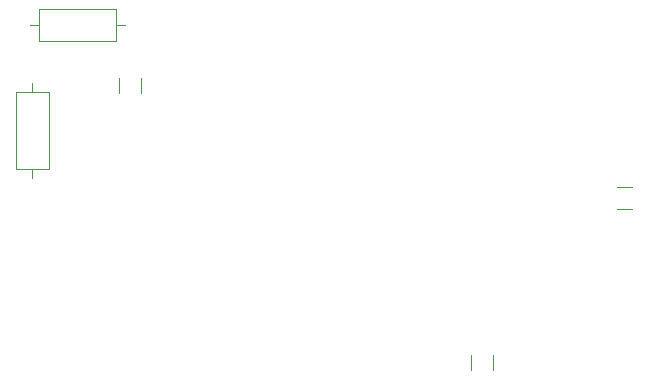
<source format=gto>
%TF.GenerationSoftware,KiCad,Pcbnew,(6.0.11)*%
%TF.CreationDate,2023-02-07T02:55:14-07:00*%
%TF.ProjectId,FennecRAMadapt,46656e6e-6563-4524-914d-61646170742e,rev?*%
%TF.SameCoordinates,Original*%
%TF.FileFunction,Legend,Top*%
%TF.FilePolarity,Positive*%
%FSLAX46Y46*%
G04 Gerber Fmt 4.6, Leading zero omitted, Abs format (unit mm)*
G04 Created by KiCad (PCBNEW (6.0.11)) date 2023-02-07 02:55:14*
%MOMM*%
%LPD*%
G01*
G04 APERTURE LIST*
%ADD10C,0.120000*%
%ADD11R,1.700000X1.700000*%
%ADD12O,1.700000X1.700000*%
%ADD13C,1.600000*%
%ADD14O,1.270000X2.500000*%
%ADD15R,1.270000X2.500000*%
%ADD16R,1.600000X2.400000*%
%ADD17O,1.600000X2.400000*%
%ADD18O,1.600000X1.600000*%
%ADD19R,2.540000X1.270000*%
%ADD20O,2.540000X1.270000*%
G04 APERTURE END LIST*
D10*
X200674000Y-54940000D02*
X199416000Y-54940000D01*
X200674000Y-56780000D02*
X199416000Y-56780000D01*
X148510000Y-53415000D02*
X151250000Y-53415000D01*
X149880000Y-46105000D02*
X149880000Y-46875000D01*
X151250000Y-46875000D02*
X148510000Y-46875000D01*
X151250000Y-53415000D02*
X151250000Y-46875000D01*
X149880000Y-54185000D02*
X149880000Y-53415000D01*
X148510000Y-46875000D02*
X148510000Y-53415000D01*
X159055000Y-45706000D02*
X159055000Y-46964000D01*
X157215000Y-45706000D02*
X157215000Y-46964000D01*
X188900000Y-69201000D02*
X188900000Y-70459000D01*
X187060000Y-69201000D02*
X187060000Y-70459000D01*
X156960000Y-39885000D02*
X150420000Y-39885000D01*
X150420000Y-39885000D02*
X150420000Y-42625000D01*
X150420000Y-42625000D02*
X156960000Y-42625000D01*
X149650000Y-41255000D02*
X150420000Y-41255000D01*
X157730000Y-41255000D02*
X156960000Y-41255000D01*
X156960000Y-42625000D02*
X156960000Y-39885000D01*
%LPC*%
D11*
X151165000Y-69830000D03*
D12*
X153705000Y-69830000D03*
X156245000Y-69830000D03*
D13*
X201295000Y-55860000D03*
X198795000Y-55860000D03*
D11*
X157500000Y-61575000D03*
D12*
X157500000Y-59035000D03*
D14*
X169565000Y-63530000D03*
X172105000Y-63530000D03*
X174645000Y-63530000D03*
X177185000Y-63530000D03*
X179725000Y-63530000D03*
X182265000Y-63530000D03*
X184805000Y-63530000D03*
X184805000Y-71050000D03*
X182265000Y-71050000D03*
X179725000Y-71050000D03*
X177185000Y-71050000D03*
X174645000Y-71050000D03*
X172105000Y-71050000D03*
D15*
X169565000Y-71050000D03*
X203855000Y-65335000D03*
D14*
X206395000Y-65335000D03*
X208935000Y-65335000D03*
X211475000Y-65335000D03*
X214015000Y-65335000D03*
X216555000Y-65335000D03*
X219095000Y-65335000D03*
X219095000Y-57815000D03*
X216555000Y-57815000D03*
X214015000Y-57815000D03*
X211475000Y-57815000D03*
X208935000Y-57815000D03*
X206395000Y-57815000D03*
X203855000Y-57815000D03*
D16*
X161945000Y-56505000D03*
D17*
X164485000Y-56505000D03*
X167025000Y-56505000D03*
X169565000Y-56505000D03*
X172105000Y-56505000D03*
X174645000Y-56505000D03*
X177185000Y-56505000D03*
X179725000Y-56505000D03*
X182265000Y-56505000D03*
X184805000Y-56505000D03*
X187345000Y-56505000D03*
X189885000Y-56505000D03*
X192425000Y-56505000D03*
X194965000Y-56505000D03*
X194965000Y-41265000D03*
X192425000Y-41265000D03*
X189885000Y-41265000D03*
X187345000Y-41265000D03*
X184805000Y-41265000D03*
X182265000Y-41265000D03*
X179725000Y-41265000D03*
X177185000Y-41265000D03*
X174645000Y-41265000D03*
X172105000Y-41265000D03*
X169565000Y-41265000D03*
X167025000Y-41265000D03*
X164485000Y-41265000D03*
X161945000Y-41265000D03*
D13*
X149880000Y-45065000D03*
D18*
X149880000Y-55225000D03*
D11*
X198775000Y-70465000D03*
D12*
X201315000Y-70465000D03*
X203855000Y-70465000D03*
X206395000Y-70465000D03*
X208935000Y-70465000D03*
X211475000Y-70465000D03*
X214015000Y-70465000D03*
X216555000Y-70465000D03*
X219095000Y-70465000D03*
X156245000Y-72375000D03*
X153705000Y-72375000D03*
D11*
X151165000Y-72375000D03*
D13*
X158135000Y-45085000D03*
X158135000Y-47585000D03*
D11*
X146070000Y-69830000D03*
D12*
X146070000Y-72370000D03*
D16*
X169555000Y-52695000D03*
D17*
X172095000Y-52695000D03*
X174635000Y-52695000D03*
X177175000Y-52695000D03*
X179715000Y-52695000D03*
X182255000Y-52695000D03*
X184795000Y-52695000D03*
X187335000Y-52695000D03*
X189875000Y-52695000D03*
X189875000Y-45075000D03*
X187335000Y-45075000D03*
X184795000Y-45075000D03*
X182255000Y-45075000D03*
X179715000Y-45075000D03*
X177175000Y-45075000D03*
X174635000Y-45075000D03*
X172095000Y-45075000D03*
X169555000Y-45075000D03*
D16*
X198755000Y-52705000D03*
D17*
X201295000Y-52705000D03*
X203835000Y-52705000D03*
X206375000Y-52705000D03*
X208915000Y-52705000D03*
X211455000Y-52705000D03*
X213995000Y-52705000D03*
X216535000Y-52705000D03*
X219075000Y-52705000D03*
X219075000Y-45085000D03*
X216535000Y-45085000D03*
X213995000Y-45085000D03*
X211455000Y-45085000D03*
X208915000Y-45085000D03*
X206375000Y-45085000D03*
X203835000Y-45085000D03*
X201295000Y-45085000D03*
X198755000Y-45085000D03*
D19*
X146110000Y-45075000D03*
D20*
X146110000Y-47615000D03*
X146110000Y-50155000D03*
X146110000Y-52695000D03*
X146110000Y-55235000D03*
X146110000Y-57775000D03*
X146110000Y-60315000D03*
X146110000Y-62855000D03*
X153630000Y-62855000D03*
X153630000Y-60315000D03*
X153630000Y-57775000D03*
X153630000Y-55235000D03*
X153630000Y-52695000D03*
X153630000Y-50155000D03*
X153630000Y-47615000D03*
X153630000Y-45075000D03*
D13*
X187980000Y-68580000D03*
X187980000Y-71080000D03*
X148610000Y-41255000D03*
D18*
X158770000Y-41255000D03*
M02*

</source>
